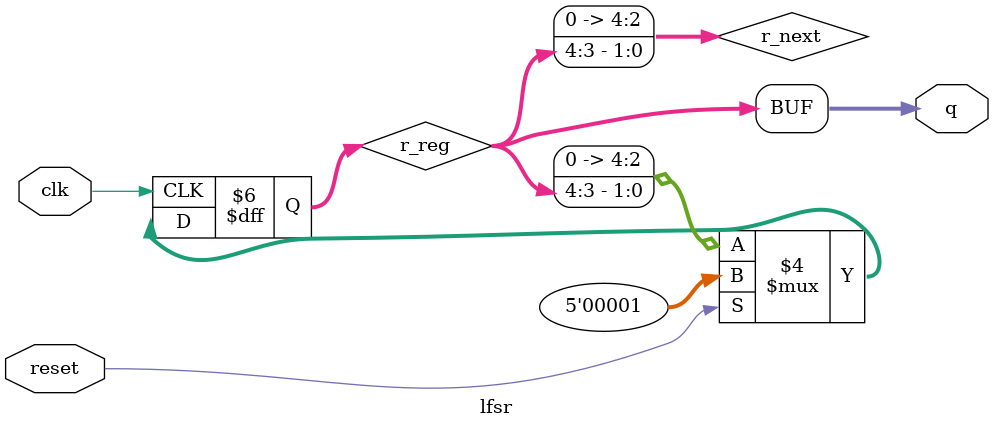
<source format=v>
module lfsr( 
    input clk,
    input reset,
    output [4:0] q
); 
reg [4:0] r_reg;
wire [4:0] r_next;
wire feedback_value;
// on reset set the value of r_reg to 1
// otherwise assign r_next to r_reg
// assign the xor of bit positions 2 and 4 of r_reg to feedback_value
// assign feedback concatenated with 4 most significant bits of r_reg to r_next
// assign r_reg to the output q
assign feedback_value = r_reg[2] ^ r_reg[4];
assign r_next = {r_reg[4], r_reg[3]};
assign q = r_reg;
always @(posedge clk)
begin
	if(reset)
	begin
	r_reg <= 5'b1;
	end
	else
	begin
	r_reg <= r_next;
	end
end
endmodule

</source>
